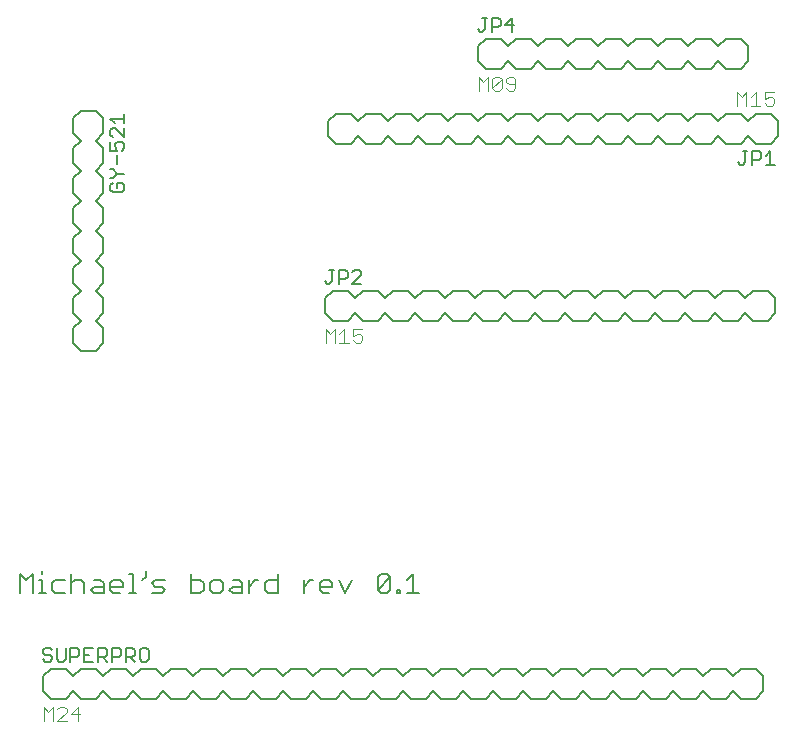
<source format=gto>
G75*
%MOIN*%
%OFA0B0*%
%FSLAX25Y25*%
%IPPOS*%
%LPD*%
%AMOC8*
5,1,8,0,0,1.08239X$1,22.5*
%
%ADD10C,0.00600*%
%ADD11C,0.00800*%
%ADD12C,0.00500*%
%ADD13C,0.00400*%
D10*
X0027100Y0062100D02*
X0027100Y0068505D01*
X0029235Y0066370D01*
X0031370Y0068505D01*
X0031370Y0062100D01*
X0033545Y0062100D02*
X0035681Y0062100D01*
X0034613Y0062100D02*
X0034613Y0066370D01*
X0033545Y0066370D01*
X0034613Y0068505D02*
X0034613Y0069573D01*
X0037842Y0065303D02*
X0037842Y0063168D01*
X0038910Y0062100D01*
X0042113Y0062100D01*
X0044288Y0062100D02*
X0044288Y0068505D01*
X0045356Y0066370D02*
X0047491Y0066370D01*
X0048558Y0065303D01*
X0048558Y0062100D01*
X0050733Y0063168D02*
X0051801Y0064235D01*
X0055004Y0064235D01*
X0055004Y0065303D02*
X0055004Y0062100D01*
X0051801Y0062100D01*
X0050733Y0063168D01*
X0051801Y0066370D02*
X0053936Y0066370D01*
X0055004Y0065303D01*
X0057179Y0065303D02*
X0058247Y0066370D01*
X0060382Y0066370D01*
X0061449Y0065303D01*
X0061449Y0064235D01*
X0057179Y0064235D01*
X0057179Y0063168D02*
X0057179Y0065303D01*
X0057179Y0063168D02*
X0058247Y0062100D01*
X0060382Y0062100D01*
X0063624Y0062100D02*
X0065760Y0062100D01*
X0064692Y0062100D02*
X0064692Y0068505D01*
X0063624Y0068505D01*
X0067921Y0066370D02*
X0068989Y0067438D01*
X0068989Y0069573D01*
X0072212Y0066370D02*
X0075415Y0066370D01*
X0074347Y0064235D02*
X0072212Y0064235D01*
X0071144Y0065303D01*
X0072212Y0066370D01*
X0074347Y0064235D02*
X0075415Y0063168D01*
X0074347Y0062100D01*
X0071144Y0062100D01*
X0084035Y0062100D02*
X0087238Y0062100D01*
X0088306Y0063168D01*
X0088306Y0065303D01*
X0087238Y0066370D01*
X0084035Y0066370D01*
X0084035Y0068505D02*
X0084035Y0062100D01*
X0090481Y0063168D02*
X0091548Y0062100D01*
X0093683Y0062100D01*
X0094751Y0063168D01*
X0094751Y0065303D01*
X0093683Y0066370D01*
X0091548Y0066370D01*
X0090481Y0065303D01*
X0090481Y0063168D01*
X0096926Y0063168D02*
X0097994Y0064235D01*
X0101197Y0064235D01*
X0101197Y0065303D02*
X0101197Y0062100D01*
X0097994Y0062100D01*
X0096926Y0063168D01*
X0097994Y0066370D02*
X0100129Y0066370D01*
X0101197Y0065303D01*
X0103372Y0066370D02*
X0103372Y0062100D01*
X0103372Y0064235D02*
X0105507Y0066370D01*
X0106574Y0066370D01*
X0108743Y0065303D02*
X0109811Y0066370D01*
X0113013Y0066370D01*
X0113013Y0068505D02*
X0113013Y0062100D01*
X0109811Y0062100D01*
X0108743Y0063168D01*
X0108743Y0065303D01*
X0121634Y0066370D02*
X0121634Y0062100D01*
X0121634Y0064235D02*
X0123769Y0066370D01*
X0124837Y0066370D01*
X0127005Y0065303D02*
X0128073Y0066370D01*
X0130208Y0066370D01*
X0131276Y0065303D01*
X0131276Y0064235D01*
X0127005Y0064235D01*
X0127005Y0063168D02*
X0127005Y0065303D01*
X0127005Y0063168D02*
X0128073Y0062100D01*
X0130208Y0062100D01*
X0133451Y0066370D02*
X0135586Y0062100D01*
X0137721Y0066370D01*
X0146342Y0067438D02*
X0146342Y0063168D01*
X0150612Y0067438D01*
X0150612Y0063168D01*
X0149544Y0062100D01*
X0147409Y0062100D01*
X0146342Y0063168D01*
X0146342Y0067438D02*
X0147409Y0068505D01*
X0149544Y0068505D01*
X0150612Y0067438D01*
X0152787Y0063168D02*
X0153855Y0063168D01*
X0153855Y0062100D01*
X0152787Y0062100D01*
X0152787Y0063168D01*
X0156010Y0062100D02*
X0160280Y0062100D01*
X0158145Y0062100D02*
X0158145Y0068505D01*
X0156010Y0066370D01*
X0045356Y0066370D02*
X0044288Y0065303D01*
X0042113Y0066370D02*
X0038910Y0066370D01*
X0037842Y0065303D01*
D11*
X0037300Y0036800D02*
X0042300Y0036800D01*
X0044800Y0034300D01*
X0047300Y0036800D01*
X0052300Y0036800D01*
X0054800Y0034300D01*
X0057300Y0036800D01*
X0062300Y0036800D01*
X0064800Y0034300D01*
X0067300Y0036800D01*
X0072300Y0036800D01*
X0074800Y0034300D01*
X0077300Y0036800D01*
X0082300Y0036800D01*
X0084800Y0034300D01*
X0087300Y0036800D01*
X0092300Y0036800D01*
X0094800Y0034300D01*
X0097300Y0036800D01*
X0102300Y0036800D01*
X0104800Y0034300D01*
X0107300Y0036800D01*
X0112300Y0036800D01*
X0114800Y0034300D01*
X0117300Y0036800D01*
X0122300Y0036800D01*
X0124800Y0034300D01*
X0127300Y0036800D01*
X0132300Y0036800D01*
X0134800Y0034300D01*
X0137300Y0036800D01*
X0142300Y0036800D01*
X0144800Y0034300D01*
X0147300Y0036800D01*
X0152300Y0036800D01*
X0154800Y0034300D01*
X0157300Y0036800D01*
X0162300Y0036800D01*
X0164800Y0034300D01*
X0167300Y0036800D01*
X0172300Y0036800D01*
X0174800Y0034300D01*
X0177300Y0036800D01*
X0182300Y0036800D01*
X0184800Y0034300D01*
X0187300Y0036800D01*
X0192300Y0036800D01*
X0194800Y0034300D01*
X0197300Y0036800D01*
X0202300Y0036800D01*
X0204800Y0034300D01*
X0207300Y0036800D01*
X0212300Y0036800D01*
X0214800Y0034300D01*
X0217300Y0036800D01*
X0222300Y0036800D01*
X0224800Y0034300D01*
X0227300Y0036800D01*
X0232300Y0036800D01*
X0234800Y0034300D01*
X0237300Y0036800D01*
X0242300Y0036800D01*
X0244800Y0034300D01*
X0247300Y0036800D01*
X0252300Y0036800D01*
X0254800Y0034300D01*
X0257300Y0036800D01*
X0262300Y0036800D01*
X0264800Y0034300D01*
X0267300Y0036800D01*
X0272300Y0036800D01*
X0274800Y0034300D01*
X0274800Y0029300D01*
X0272300Y0026800D01*
X0267300Y0026800D01*
X0264800Y0029300D01*
X0262300Y0026800D01*
X0257300Y0026800D01*
X0254800Y0029300D01*
X0252300Y0026800D01*
X0247300Y0026800D01*
X0244800Y0029300D01*
X0242300Y0026800D01*
X0237300Y0026800D01*
X0234800Y0029300D01*
X0232300Y0026800D01*
X0227300Y0026800D01*
X0224800Y0029300D01*
X0222300Y0026800D01*
X0217300Y0026800D01*
X0214800Y0029300D01*
X0212300Y0026800D01*
X0207300Y0026800D01*
X0204800Y0029300D01*
X0202300Y0026800D01*
X0197300Y0026800D01*
X0194800Y0029300D01*
X0192300Y0026800D01*
X0187300Y0026800D01*
X0184800Y0029300D01*
X0182300Y0026800D01*
X0177300Y0026800D01*
X0174800Y0029300D01*
X0172300Y0026800D01*
X0167300Y0026800D01*
X0164800Y0029300D01*
X0162300Y0026800D01*
X0157300Y0026800D01*
X0154800Y0029300D01*
X0152300Y0026800D01*
X0147300Y0026800D01*
X0144800Y0029300D01*
X0142300Y0026800D01*
X0137300Y0026800D01*
X0134800Y0029300D01*
X0132300Y0026800D01*
X0127300Y0026800D01*
X0124800Y0029300D01*
X0122300Y0026800D01*
X0117300Y0026800D01*
X0114800Y0029300D01*
X0112300Y0026800D01*
X0107300Y0026800D01*
X0104800Y0029300D01*
X0102300Y0026800D01*
X0097300Y0026800D01*
X0094800Y0029300D01*
X0092300Y0026800D01*
X0087300Y0026800D01*
X0084800Y0029300D01*
X0082300Y0026800D01*
X0077300Y0026800D01*
X0074800Y0029300D01*
X0072300Y0026800D01*
X0067300Y0026800D01*
X0064800Y0029300D01*
X0062300Y0026800D01*
X0057300Y0026800D01*
X0054800Y0029300D01*
X0052300Y0026800D01*
X0047300Y0026800D01*
X0044800Y0029300D01*
X0042300Y0026800D01*
X0037300Y0026800D01*
X0034800Y0029300D01*
X0034800Y0034300D01*
X0037300Y0036800D01*
X0047300Y0142800D02*
X0044800Y0145300D01*
X0044800Y0150300D01*
X0047300Y0152800D01*
X0044800Y0155300D01*
X0044800Y0160300D01*
X0047300Y0162800D01*
X0044800Y0165300D01*
X0044800Y0170300D01*
X0047300Y0172800D01*
X0044800Y0175300D01*
X0044800Y0180300D01*
X0047300Y0182800D01*
X0044800Y0185300D01*
X0044800Y0190300D01*
X0047300Y0192800D01*
X0044800Y0195300D01*
X0044800Y0200300D01*
X0047300Y0202800D01*
X0044800Y0205300D01*
X0044800Y0210300D01*
X0047300Y0212800D01*
X0044800Y0215300D01*
X0044800Y0220300D01*
X0047300Y0222800D01*
X0052300Y0222800D01*
X0054800Y0220300D01*
X0054800Y0215300D01*
X0052300Y0212800D01*
X0054800Y0210300D01*
X0054800Y0205300D01*
X0052300Y0202800D01*
X0054800Y0200300D01*
X0054800Y0195300D01*
X0052300Y0192800D01*
X0054800Y0190300D01*
X0054800Y0185300D01*
X0052300Y0182800D01*
X0054800Y0180300D01*
X0054800Y0175300D01*
X0052300Y0172800D01*
X0054800Y0170300D01*
X0054800Y0165300D01*
X0052300Y0162800D01*
X0054800Y0160300D01*
X0054800Y0155300D01*
X0052300Y0152800D01*
X0054800Y0150300D01*
X0054800Y0145300D01*
X0052300Y0142800D01*
X0047300Y0142800D01*
X0128800Y0155300D02*
X0131300Y0152800D01*
X0136300Y0152800D01*
X0138800Y0155300D01*
X0141300Y0152800D01*
X0146300Y0152800D01*
X0148800Y0155300D01*
X0151300Y0152800D01*
X0156300Y0152800D01*
X0158800Y0155300D01*
X0161300Y0152800D01*
X0166300Y0152800D01*
X0168800Y0155300D01*
X0171300Y0152800D01*
X0176300Y0152800D01*
X0178800Y0155300D01*
X0181300Y0152800D01*
X0186300Y0152800D01*
X0188800Y0155300D01*
X0191300Y0152800D01*
X0196300Y0152800D01*
X0198800Y0155300D01*
X0201300Y0152800D01*
X0206300Y0152800D01*
X0208800Y0155300D01*
X0211300Y0152800D01*
X0216300Y0152800D01*
X0218800Y0155300D01*
X0221300Y0152800D01*
X0226300Y0152800D01*
X0228800Y0155300D01*
X0231300Y0152800D01*
X0236300Y0152800D01*
X0238800Y0155300D01*
X0241300Y0152800D01*
X0246300Y0152800D01*
X0248800Y0155300D01*
X0251300Y0152800D01*
X0256300Y0152800D01*
X0258800Y0155300D01*
X0261300Y0152800D01*
X0266300Y0152800D01*
X0268800Y0155300D01*
X0271300Y0152800D01*
X0276300Y0152800D01*
X0278800Y0155300D01*
X0278800Y0160300D01*
X0276300Y0162800D01*
X0271300Y0162800D01*
X0268800Y0160300D01*
X0266300Y0162800D01*
X0261300Y0162800D01*
X0258800Y0160300D01*
X0256300Y0162800D01*
X0251300Y0162800D01*
X0248800Y0160300D01*
X0246300Y0162800D01*
X0241300Y0162800D01*
X0238800Y0160300D01*
X0236300Y0162800D01*
X0231300Y0162800D01*
X0228800Y0160300D01*
X0226300Y0162800D01*
X0221300Y0162800D01*
X0218800Y0160300D01*
X0216300Y0162800D01*
X0211300Y0162800D01*
X0208800Y0160300D01*
X0206300Y0162800D01*
X0201300Y0162800D01*
X0198800Y0160300D01*
X0196300Y0162800D01*
X0191300Y0162800D01*
X0188800Y0160300D01*
X0186300Y0162800D01*
X0181300Y0162800D01*
X0178800Y0160300D01*
X0176300Y0162800D01*
X0171300Y0162800D01*
X0168800Y0160300D01*
X0166300Y0162800D01*
X0161300Y0162800D01*
X0158800Y0160300D01*
X0156300Y0162800D01*
X0151300Y0162800D01*
X0148800Y0160300D01*
X0146300Y0162800D01*
X0141300Y0162800D01*
X0138800Y0160300D01*
X0136300Y0162800D01*
X0131300Y0162800D01*
X0128800Y0160300D01*
X0128800Y0155300D01*
X0132300Y0211800D02*
X0129800Y0214300D01*
X0129800Y0219300D01*
X0132300Y0221800D01*
X0137300Y0221800D01*
X0139800Y0219300D01*
X0142300Y0221800D01*
X0147300Y0221800D01*
X0149800Y0219300D01*
X0152300Y0221800D01*
X0157300Y0221800D01*
X0159800Y0219300D01*
X0162300Y0221800D01*
X0167300Y0221800D01*
X0169800Y0219300D01*
X0172300Y0221800D01*
X0177300Y0221800D01*
X0179800Y0219300D01*
X0182300Y0221800D01*
X0187300Y0221800D01*
X0189800Y0219300D01*
X0192300Y0221800D01*
X0197300Y0221800D01*
X0199800Y0219300D01*
X0202300Y0221800D01*
X0207300Y0221800D01*
X0209800Y0219300D01*
X0212300Y0221800D01*
X0217300Y0221800D01*
X0219800Y0219300D01*
X0222300Y0221800D01*
X0227300Y0221800D01*
X0229800Y0219300D01*
X0232300Y0221800D01*
X0237300Y0221800D01*
X0239800Y0219300D01*
X0242300Y0221800D01*
X0247300Y0221800D01*
X0249800Y0219300D01*
X0252300Y0221800D01*
X0257300Y0221800D01*
X0259800Y0219300D01*
X0262300Y0221800D01*
X0267300Y0221800D01*
X0269800Y0219300D01*
X0272300Y0221800D01*
X0277300Y0221800D01*
X0279800Y0219300D01*
X0279800Y0214300D01*
X0277300Y0211800D01*
X0272300Y0211800D01*
X0269800Y0214300D01*
X0267300Y0211800D01*
X0262300Y0211800D01*
X0259800Y0214300D01*
X0257300Y0211800D01*
X0252300Y0211800D01*
X0249800Y0214300D01*
X0247300Y0211800D01*
X0242300Y0211800D01*
X0239800Y0214300D01*
X0237300Y0211800D01*
X0232300Y0211800D01*
X0229800Y0214300D01*
X0227300Y0211800D01*
X0222300Y0211800D01*
X0219800Y0214300D01*
X0217300Y0211800D01*
X0212300Y0211800D01*
X0209800Y0214300D01*
X0207300Y0211800D01*
X0202300Y0211800D01*
X0199800Y0214300D01*
X0197300Y0211800D01*
X0192300Y0211800D01*
X0189800Y0214300D01*
X0187300Y0211800D01*
X0182300Y0211800D01*
X0179800Y0214300D01*
X0177300Y0211800D01*
X0172300Y0211800D01*
X0169800Y0214300D01*
X0167300Y0211800D01*
X0162300Y0211800D01*
X0159800Y0214300D01*
X0157300Y0211800D01*
X0152300Y0211800D01*
X0149800Y0214300D01*
X0147300Y0211800D01*
X0142300Y0211800D01*
X0139800Y0214300D01*
X0137300Y0211800D01*
X0132300Y0211800D01*
X0179800Y0239300D02*
X0182300Y0236800D01*
X0187300Y0236800D01*
X0189800Y0239300D01*
X0192300Y0236800D01*
X0197300Y0236800D01*
X0199800Y0239300D01*
X0202300Y0236800D01*
X0207300Y0236800D01*
X0209800Y0239300D01*
X0212300Y0236800D01*
X0217300Y0236800D01*
X0219800Y0239300D01*
X0222300Y0236800D01*
X0227300Y0236800D01*
X0229800Y0239300D01*
X0232300Y0236800D01*
X0237300Y0236800D01*
X0239800Y0239300D01*
X0242300Y0236800D01*
X0247300Y0236800D01*
X0249800Y0239300D01*
X0252300Y0236800D01*
X0257300Y0236800D01*
X0259800Y0239300D01*
X0262300Y0236800D01*
X0267300Y0236800D01*
X0269800Y0239300D01*
X0269800Y0244300D01*
X0267300Y0246800D01*
X0262300Y0246800D01*
X0259800Y0244300D01*
X0257300Y0246800D01*
X0252300Y0246800D01*
X0249800Y0244300D01*
X0247300Y0246800D01*
X0242300Y0246800D01*
X0239800Y0244300D01*
X0237300Y0246800D01*
X0232300Y0246800D01*
X0229800Y0244300D01*
X0227300Y0246800D01*
X0222300Y0246800D01*
X0219800Y0244300D01*
X0217300Y0246800D01*
X0212300Y0246800D01*
X0209800Y0244300D01*
X0207300Y0246800D01*
X0202300Y0246800D01*
X0199800Y0244300D01*
X0197300Y0246800D01*
X0192300Y0246800D01*
X0189800Y0244300D01*
X0187300Y0246800D01*
X0182300Y0246800D01*
X0179800Y0244300D01*
X0179800Y0239300D01*
D12*
X0180501Y0249250D02*
X0181251Y0249250D01*
X0182002Y0250001D01*
X0182002Y0253754D01*
X0181251Y0253754D02*
X0182753Y0253754D01*
X0184354Y0253754D02*
X0186606Y0253754D01*
X0187356Y0253003D01*
X0187356Y0251502D01*
X0186606Y0250751D01*
X0184354Y0250751D01*
X0184354Y0249250D02*
X0184354Y0253754D01*
X0180501Y0249250D02*
X0179750Y0250001D01*
X0188958Y0251502D02*
X0191960Y0251502D01*
X0191210Y0249250D02*
X0191210Y0253754D01*
X0188958Y0251502D01*
X0266538Y0205601D02*
X0267289Y0204850D01*
X0268039Y0204850D01*
X0268790Y0205601D01*
X0268790Y0209354D01*
X0268039Y0209354D02*
X0269541Y0209354D01*
X0271142Y0209354D02*
X0273394Y0209354D01*
X0274145Y0208603D01*
X0274145Y0207102D01*
X0273394Y0206351D01*
X0271142Y0206351D01*
X0271142Y0204850D02*
X0271142Y0209354D01*
X0275746Y0207853D02*
X0277247Y0209354D01*
X0277247Y0204850D01*
X0275746Y0204850D02*
X0278749Y0204850D01*
X0140960Y0169003D02*
X0140210Y0169754D01*
X0138708Y0169754D01*
X0137958Y0169003D01*
X0136356Y0169003D02*
X0136356Y0167502D01*
X0135606Y0166751D01*
X0133354Y0166751D01*
X0133354Y0165250D02*
X0133354Y0169754D01*
X0135606Y0169754D01*
X0136356Y0169003D01*
X0137958Y0165250D02*
X0140960Y0168253D01*
X0140960Y0169003D01*
X0140960Y0165250D02*
X0137958Y0165250D01*
X0131002Y0166001D02*
X0131002Y0169754D01*
X0130251Y0169754D02*
X0131753Y0169754D01*
X0131002Y0166001D02*
X0130251Y0165250D01*
X0129501Y0165250D01*
X0128750Y0166001D01*
X0061750Y0196477D02*
X0061750Y0197978D01*
X0060999Y0198729D01*
X0059498Y0198729D01*
X0059498Y0197228D01*
X0057997Y0198729D02*
X0057246Y0197978D01*
X0057246Y0196477D01*
X0057997Y0195726D01*
X0060999Y0195726D01*
X0061750Y0196477D01*
X0057997Y0200330D02*
X0059498Y0201832D01*
X0061750Y0201832D01*
X0059498Y0201832D02*
X0057997Y0203333D01*
X0057246Y0203333D01*
X0059498Y0204934D02*
X0059498Y0207937D01*
X0059498Y0209538D02*
X0057246Y0209538D01*
X0057246Y0212541D01*
X0058747Y0211790D02*
X0059498Y0212541D01*
X0060999Y0212541D01*
X0061750Y0211790D01*
X0061750Y0210289D01*
X0060999Y0209538D01*
X0059498Y0209538D02*
X0058747Y0211039D01*
X0058747Y0211790D01*
X0057997Y0214142D02*
X0057246Y0214893D01*
X0057246Y0216394D01*
X0057997Y0217145D01*
X0058747Y0217145D01*
X0061750Y0214142D01*
X0061750Y0217145D01*
X0061750Y0218746D02*
X0061750Y0221749D01*
X0061750Y0220247D02*
X0057246Y0220247D01*
X0058747Y0218746D01*
X0057997Y0200330D02*
X0057246Y0200330D01*
X0057770Y0043754D02*
X0060022Y0043754D01*
X0060772Y0043003D01*
X0060772Y0041502D01*
X0060022Y0040751D01*
X0057770Y0040751D01*
X0057770Y0039250D02*
X0057770Y0043754D01*
X0056168Y0043003D02*
X0056168Y0041502D01*
X0055418Y0040751D01*
X0053166Y0040751D01*
X0054667Y0040751D02*
X0056168Y0039250D01*
X0053166Y0039250D02*
X0053166Y0043754D01*
X0055418Y0043754D01*
X0056168Y0043003D01*
X0051564Y0043754D02*
X0048562Y0043754D01*
X0048562Y0039250D01*
X0051564Y0039250D01*
X0050063Y0041502D02*
X0048562Y0041502D01*
X0046960Y0041502D02*
X0046210Y0040751D01*
X0043958Y0040751D01*
X0043958Y0039250D02*
X0043958Y0043754D01*
X0046210Y0043754D01*
X0046960Y0043003D01*
X0046960Y0041502D01*
X0042356Y0040001D02*
X0042356Y0043754D01*
X0039354Y0043754D02*
X0039354Y0040001D01*
X0040105Y0039250D01*
X0041606Y0039250D01*
X0042356Y0040001D01*
X0037753Y0040001D02*
X0037002Y0039250D01*
X0035501Y0039250D01*
X0034750Y0040001D01*
X0035501Y0041502D02*
X0037002Y0041502D01*
X0037753Y0040751D01*
X0037753Y0040001D01*
X0035501Y0041502D02*
X0034750Y0042253D01*
X0034750Y0043003D01*
X0035501Y0043754D01*
X0037002Y0043754D01*
X0037753Y0043003D01*
X0062374Y0043754D02*
X0062374Y0039250D01*
X0062374Y0040751D02*
X0064625Y0040751D01*
X0065376Y0041502D01*
X0065376Y0043003D01*
X0064625Y0043754D01*
X0062374Y0043754D01*
X0063875Y0040751D02*
X0065376Y0039250D01*
X0066977Y0040001D02*
X0066977Y0043003D01*
X0067728Y0043754D01*
X0069229Y0043754D01*
X0069980Y0043003D01*
X0069980Y0040001D01*
X0069229Y0039250D01*
X0067728Y0039250D01*
X0066977Y0040001D01*
D13*
X0035000Y0024104D02*
X0035000Y0019500D01*
X0038069Y0019500D02*
X0038069Y0024104D01*
X0036535Y0022569D01*
X0035000Y0024104D01*
X0039604Y0023337D02*
X0040371Y0024104D01*
X0041906Y0024104D01*
X0042673Y0023337D01*
X0042673Y0022569D01*
X0039604Y0019500D01*
X0042673Y0019500D01*
X0044208Y0021802D02*
X0047277Y0021802D01*
X0046510Y0019500D02*
X0046510Y0024104D01*
X0044208Y0021802D01*
X0129000Y0145500D02*
X0129000Y0150104D01*
X0130535Y0148569D01*
X0132069Y0150104D01*
X0132069Y0145500D01*
X0133604Y0145500D02*
X0136673Y0145500D01*
X0135139Y0145500D02*
X0135139Y0150104D01*
X0133604Y0148569D01*
X0138208Y0147802D02*
X0139742Y0148569D01*
X0140510Y0148569D01*
X0141277Y0147802D01*
X0141277Y0146267D01*
X0140510Y0145500D01*
X0138975Y0145500D01*
X0138208Y0146267D01*
X0138208Y0147802D02*
X0138208Y0150104D01*
X0141277Y0150104D01*
X0180000Y0229500D02*
X0180000Y0234104D01*
X0181535Y0232569D01*
X0183069Y0234104D01*
X0183069Y0229500D01*
X0184604Y0230267D02*
X0187673Y0233337D01*
X0187673Y0230267D01*
X0186906Y0229500D01*
X0185371Y0229500D01*
X0184604Y0230267D01*
X0184604Y0233337D01*
X0185371Y0234104D01*
X0186906Y0234104D01*
X0187673Y0233337D01*
X0189208Y0233337D02*
X0189208Y0232569D01*
X0189975Y0231802D01*
X0192277Y0231802D01*
X0192277Y0233337D02*
X0191510Y0234104D01*
X0189975Y0234104D01*
X0189208Y0233337D01*
X0192277Y0233337D02*
X0192277Y0230267D01*
X0191510Y0229500D01*
X0189975Y0229500D01*
X0189208Y0230267D01*
X0266188Y0229104D02*
X0266188Y0224500D01*
X0269257Y0224500D02*
X0269257Y0229104D01*
X0267723Y0227569D01*
X0266188Y0229104D01*
X0270792Y0227569D02*
X0272327Y0229104D01*
X0272327Y0224500D01*
X0273861Y0224500D02*
X0270792Y0224500D01*
X0275396Y0225267D02*
X0276163Y0224500D01*
X0277698Y0224500D01*
X0278465Y0225267D01*
X0278465Y0226802D01*
X0277698Y0227569D01*
X0276931Y0227569D01*
X0275396Y0226802D01*
X0275396Y0229104D01*
X0278465Y0229104D01*
M02*

</source>
